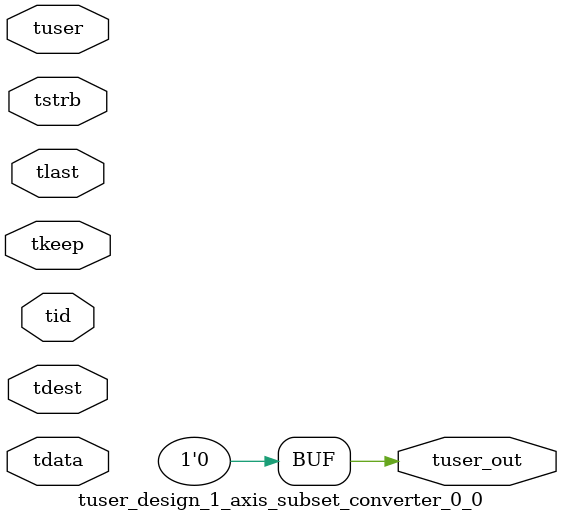
<source format=v>


`timescale 1ps/1ps

module tuser_design_1_axis_subset_converter_0_0 #
(
parameter C_S_AXIS_TUSER_WIDTH = 1,
parameter C_S_AXIS_TDATA_WIDTH = 32,
parameter C_S_AXIS_TID_WIDTH   = 0,
parameter C_S_AXIS_TDEST_WIDTH = 0,
parameter C_M_AXIS_TUSER_WIDTH = 1
)
(
input  [(C_S_AXIS_TUSER_WIDTH == 0 ? 1 : C_S_AXIS_TUSER_WIDTH)-1:0     ] tuser,
input  [(C_S_AXIS_TDATA_WIDTH == 0 ? 1 : C_S_AXIS_TDATA_WIDTH)-1:0     ] tdata,
input  [(C_S_AXIS_TID_WIDTH   == 0 ? 1 : C_S_AXIS_TID_WIDTH)-1:0       ] tid,
input  [(C_S_AXIS_TDEST_WIDTH == 0 ? 1 : C_S_AXIS_TDEST_WIDTH)-1:0     ] tdest,
input  [(C_S_AXIS_TDATA_WIDTH/8)-1:0 ] tkeep,
input  [(C_S_AXIS_TDATA_WIDTH/8)-1:0 ] tstrb,
input                                                                    tlast,
output [C_M_AXIS_TUSER_WIDTH-1:0] tuser_out
);

assign tuser_out = {1'b0};

endmodule


</source>
